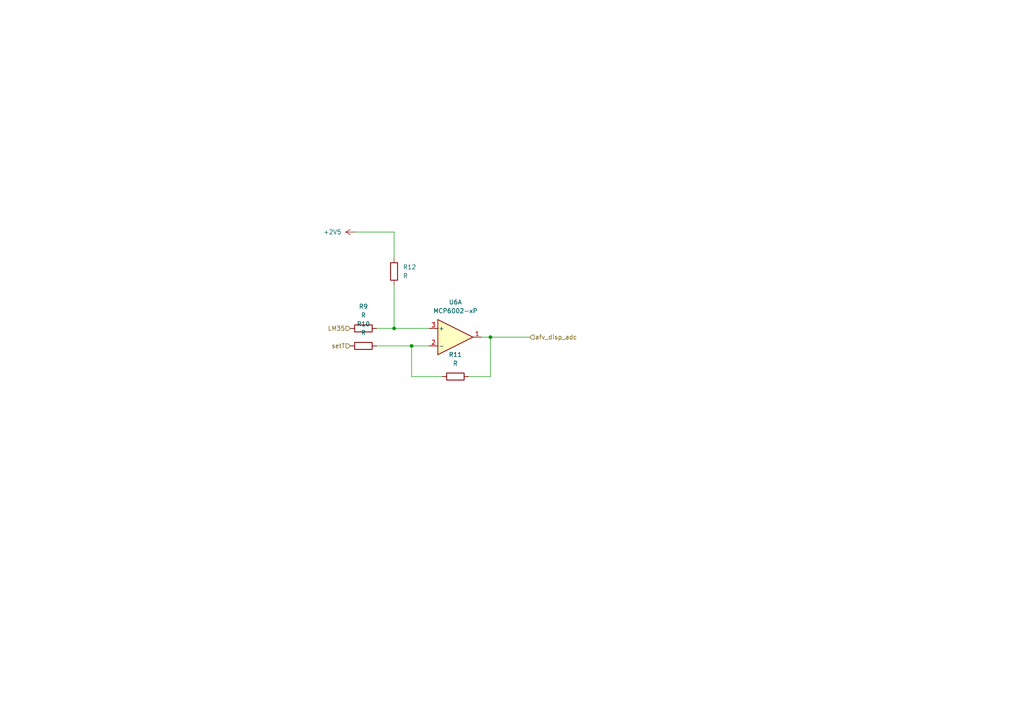
<source format=kicad_sch>
(kicad_sch (version 20250114) (generator "eeschema") (generator_version "9.0")
  (paper "A4")
  (lib_symbols
    (symbol "Amplifier_Operational:MCP6002-xP" (pin_names (offset 0.127))
      (property "Reference" "U" (at 0 5.08 0))
      (property "Value" "MCP6002-xP" (at 0 -5.08 0))
      (symbol "MCP6002-xP_1_1"
        (polyline (pts (xy -5.08 5.08) (xy 5.08 0) (xy -5.08 -5.08) (xy -5.08 5.08)) (stroke (width 0.254)) (fill (type background)))
        (pin input line (at -7.62 2.54 0) (length 2.54) (name "+") (number "3"))
        (pin input line (at -7.62 -2.54 0) (length 2.54) (name "-") (number "2"))
        (pin output line (at 7.62 0 180) (length 2.54) (name "~") (number "1"))
      )
      (symbol "MCP6002-xP_2_1"
        (polyline (pts (xy -5.08 5.08) (xy 5.08 0) (xy -5.08 -5.08) (xy -5.08 5.08)) (stroke (width 0.254)) (fill (type background)))
        (pin input line (at -7.62 2.54 0) (length 2.54) (name "+") (number "5"))
        (pin input line (at -7.62 -2.54 0) (length 2.54) (name "-") (number "6"))
        (pin output line (at 7.62 0 180) (length 2.54) (name "~") (number "7"))
      )
      (symbol "MCP6002-xP_3_1"
        (pin power_in line (at -2.54 7.62 270) (length 3.81) (name "V+") (number "8"))
        (pin power_in line (at -2.54 -7.62 90) (length 3.81) (name "V-") (number "4"))
      )
    )
    (symbol "Device:R" (pin_numbers (hide yes)) (pin_names (offset 0))
      (property "Reference" "R" (at 2.032 0 90))
      (property "Value" "R" (at 0 0 90))
      (symbol "R_0_1"
        (rectangle (start -1.016 -2.54) (end 1.016 2.54) (stroke (width 0.254)))
      )
      (symbol "R_1_1"
        (pin passive line (at 0 3.81 270) (length 1.27) (name "~") (number "1"))
        (pin passive line (at 0 -3.81 90) (length 1.27) (name "~") (number "2"))
      )
    )
    (symbol "power:+2V5" (power) (pin_numbers (hide yes)) (pin_names (offset 0) (hide yes))
      (property "Value" "+2V5" (at 0 3.556 0))
      (symbol "+2V5_0_1"
        (polyline (pts (xy -0.762 1.27) (xy 0 2.54)))
        (polyline (pts (xy 0 2.54) (xy 0.762 1.27)))
        (polyline (pts (xy 0 0) (xy 0 2.54)))
      )
      (symbol "+2V5_1_1"
        (pin power_in line (at 0 0 90) (length 0) (name "~") (number "1"))
      )
    )
  )
  (junction (at 142.24 97.79))
  (junction (at 114.3 95.25))
  (junction (at 119.38 100.33))
  (wire (pts (xy 142.24 97.79) (xy 153.67 97.79)))
  (wire (pts (xy 102.87 67.31) (xy 114.3 67.31)))
  (wire (pts (xy 114.3 82.55) (xy 114.3 95.25)))
  (wire (pts (xy 109.22 100.33) (xy 119.38 100.33)))
  (wire (pts (xy 142.24 97.79) (xy 142.24 109.22)))
  (wire (pts (xy 119.38 100.33) (xy 124.46 100.33)))
  (wire (pts (xy 139.7 97.79) (xy 142.24 97.79)))
  (wire (pts (xy 119.38 109.22) (xy 119.38 100.33)))
  (wire (pts (xy 142.24 109.22) (xy 135.89 109.22)))
  (wire (pts (xy 109.22 95.25) (xy 114.3 95.25)))
  (wire (pts (xy 114.3 95.25) (xy 124.46 95.25)))
  (wire (pts (xy 114.3 67.31) (xy 114.3 74.93)))
  (wire (pts (xy 128.27 109.22) (xy 119.38 109.22)))
  (hierarchical_label "setT" (shape input) (at 101.6 100.33 180))
  (hierarchical_label "LM35" (shape input) (at 101.6 95.25 180))
  (hierarchical_label "afv_disp_adc" (shape input) (at 153.67 97.79 0))
  (symbol (lib_id "Device:R") (at 105.41 95.25 90) (unit 1)
    (property "Reference" "R9" (at 105.41 88.9 90))
    (property "Value" "R" (at 105.41 91.44 90))
    (property "Description" "Resistor" (effects (hide yes)))
  )
  (symbol (lib_id "Device:R") (at 132.08 109.22 90) (unit 1)
    (property "Reference" "R11" (at 132.08 102.87 90))
    (property "Value" "R" (at 132.08 105.41 90))
    (property "Description" "Resistor" (effects (hide yes)))
  )
  (symbol (lib_id "power:+2V5") (at 102.87 67.31 90) (unit 1)
    (property "Reference" "#PWR021" (effects (hide yes)))
    (property "Value" "+2V5" (at 99.06 67.3099 90) (effects (justify left)))
    (property "Description" "Power symbol creates a global label with name \"+2V5\"" (effects (hide yes)))
  )
  (symbol (lib_id "Device:R") (at 105.41 100.33 90) (unit 1)
    (property "Reference" "R10" (at 105.41 93.98 90))
    (property "Value" "R" (at 105.41 96.52 90))
    (property "Description" "Resistor" (effects (hide yes)))
  )
  (symbol (lib_id "Device:R") (at 114.3 78.74 180) (unit 1)
    (property "Reference" "R12" (at 116.84 77.4699 0) (effects (justify right)))
    (property "Value" "R" (at 116.84 80.0099 0) (effects (justify right)))
    (property "Description" "Resistor" (effects (hide yes)))
  )
  (symbol (lib_id "Amplifier_Operational:MCP6002-xP") (at 132.08 97.79 0) (unit 1)
    (property "Reference" "U6" (at 132.08 87.63 0))
    (property "Value" "MCP6002-xP" (at 132.08 90.17 0))
    (property "Datasheet" "http://ww1.microchip.com/downloads/en/DeviceDoc/21733j.pdf" (effects (hide yes)))
    (property "Description" "1MHz, Low-Power Op Amp, DIP-8" (effects (hide yes)))
  )
)
</source>
